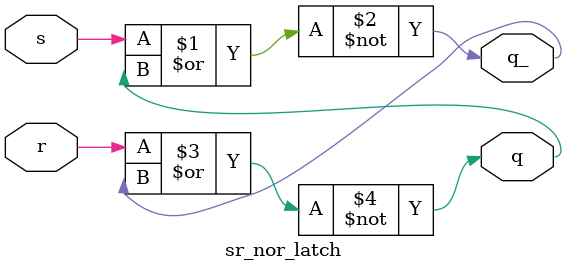
<source format=v>
module sr_nor_latch(input s, r, output q, q_);
	nor(q_, s, q);
	nor(q, r, q_);
endmodule

</source>
